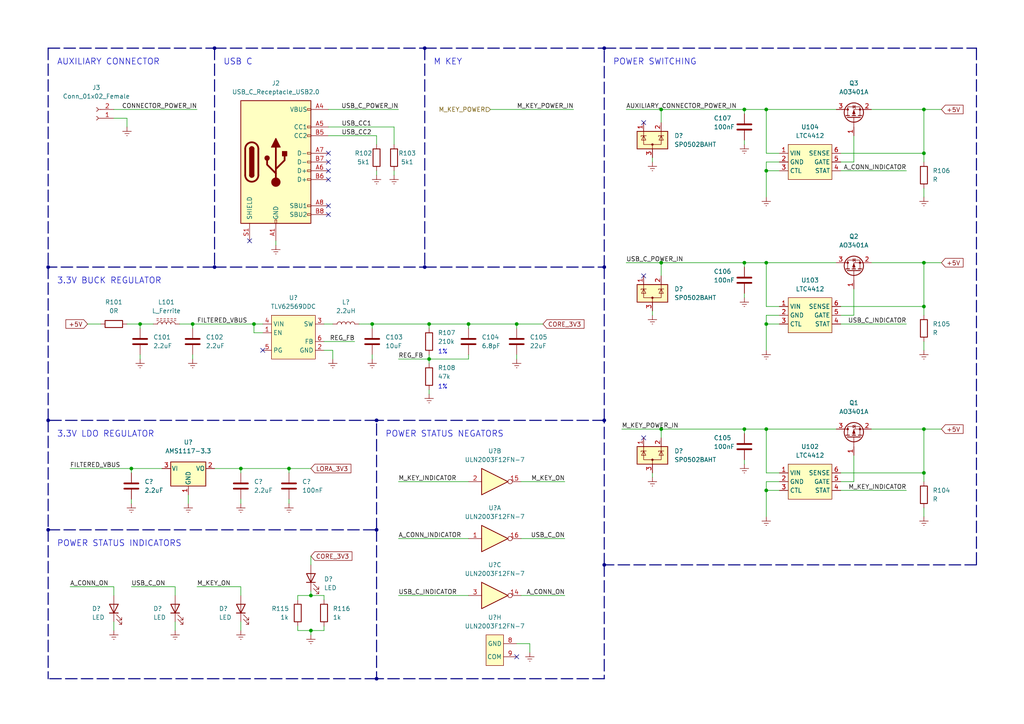
<source format=kicad_sch>
(kicad_sch (version 20211123) (generator eeschema)
  (paper "A4")
  (title_block (title "Fruitfly Node") (date "2023-09-19") (rev "1") (company "Cerebral Systems Inc."))
  (lib_symbols
    (symbol "Connector:Conn_01x02_Female" (pin_names (offset 1.016) hide)
      (property "Reference" "J" (at 0 2.54 0))
      (property "Value" "Conn_01x02_Female" (at 0 -5.08 0))
      (symbol "Conn_01x02_Female_1_1"
        (arc (start 0 -2.032) (mid -0.508 -2.54) (end 0 -3.048) (stroke (width 0.1524)))
        (polyline (pts (xy -1.27 -2.54) (xy -0.508 -2.54)) (stroke (width 0.1524)))
        (polyline (pts (xy -1.27 0) (xy -0.508 0)) (stroke (width 0.1524)))
        (arc (start 0 0.508) (mid -0.508 0) (end 0 -0.508) (stroke (width 0.1524)))
        (pin passive line (at -5.08 0 0) (length 3.81) (name "Pin_1") (number "1"))
        (pin passive line (at -5.08 -2.54 0) (length 3.81) (name "Pin_2") (number "2"))
      )
    )
    (symbol "Connector:USB_C_Receptacle_USB2.0" (pin_names (offset 1.016))
      (property "Reference" "J" (at -10.16 19.05 0))
      (property "Value" "USB_C_Receptacle_USB2.0" (at 19.05 19.05 0))
      (symbol "USB_C_Receptacle_USB2.0_0_0"
        (rectangle (start -0.254 -17.78) (end 0.254 -16.764))
        (rectangle (start 10.16 -14.986) (end 9.144 -15.494))
        (rectangle (start 10.16 -12.446) (end 9.144 -12.954))
        (rectangle (start 10.16 -4.826) (end 9.144 -5.334))
        (rectangle (start 10.16 -2.286) (end 9.144 -2.794))
        (rectangle (start 10.16 0.254) (end 9.144 -0.254))
        (rectangle (start 10.16 2.794) (end 9.144 2.286))
        (rectangle (start 10.16 7.874) (end 9.144 7.366))
        (rectangle (start 10.16 10.414) (end 9.144 9.906))
        (rectangle (start 10.16 15.494) (end 9.144 14.986))
      )
      (symbol "USB_C_Receptacle_USB2.0_0_1"
        (rectangle (start -10.16 17.78) (end 10.16 -17.78) (stroke (width 0.254)) (fill (type background)))
        (arc (start -8.89 -3.81) (mid -6.985 -5.715) (end -5.08 -3.81) (stroke (width 0.508)))
        (arc (start -7.62 -3.81) (mid -6.985 -4.445) (end -6.35 -3.81) (stroke (width 0.254)))
        (arc (start -7.62 -3.81) (mid -6.985 -4.445) (end -6.35 -3.81) (stroke (width 0.254)) (fill (type outline)))
        (rectangle (start -7.62 -3.81) (end -6.35 3.81) (stroke (width 0.254)) (fill (type outline)))
        (arc (start -6.35 3.81) (mid -6.985 4.445) (end -7.62 3.81) (stroke (width 0.254)))
        (arc (start -6.35 3.81) (mid -6.985 4.445) (end -7.62 3.81) (stroke (width 0.254)) (fill (type outline)))
        (arc (start -5.08 3.81) (mid -6.985 5.715) (end -8.89 3.81) (stroke (width 0.508)))
        (circle (center -2.54 1.143) (radius 0.635) (stroke (width 0.254)) (fill (type outline)))
        (circle (center 0 -5.842) (radius 1.27) (fill (type outline)))
        (polyline (pts (xy -8.89 -3.81) (xy -8.89 3.81)) (stroke (width 0.508)))
        (polyline (pts (xy -5.08 3.81) (xy -5.08 -3.81)) (stroke (width 0.508)))
        (polyline (pts (xy 0 -5.842) (xy 0 4.318)) (stroke (width 0.508)))
        (polyline (pts (xy 0 -3.302) (xy -2.54 -0.762) (xy -2.54 0.508)) (stroke (width 0.508)))
        (polyline (pts (xy 0 -2.032) (xy 2.54 0.508) (xy 2.54 1.778)) (stroke (width 0.508)))
        (polyline (pts (xy -1.27 4.318) (xy 0 6.858) (xy 1.27 4.318) (xy -1.27 4.318)) (stroke (width 0.254)) (fill (type outline)))
        (rectangle (start 1.905 1.778) (end 3.175 3.048) (stroke (width 0.254)) (fill (type outline)))
      )
      (symbol "USB_C_Receptacle_USB2.0_1_1"
        (pin passive line (at 0 -22.86 90) (length 5.08) (name "GND") (number "A1"))
        (pin passive line (at 0 -22.86 90) (length 5.08) hide (name "GND") (number "A12"))
        (pin passive line (at 15.24 15.24 180) (length 5.08) (name "VBUS") (number "A4"))
        (pin bidirectional line (at 15.24 10.16 180) (length 5.08) (name "CC1") (number "A5"))
        (pin bidirectional line (at 15.24 -2.54 180) (length 5.08) (name "D+") (number "A6"))
        (pin bidirectional line (at 15.24 2.54 180) (length 5.08) (name "D-") (number "A7"))
        (pin bidirectional line (at 15.24 -12.7 180) (length 5.08) (name "SBU1") (number "A8"))
        (pin passive line (at 15.24 15.24 180) (length 5.08) hide (name "VBUS") (number "A9"))
        (pin passive line (at 0 -22.86 90) (length 5.08) hide (name "GND") (number "B1"))
        (pin passive line (at 0 -22.86 90) (length 5.08) hide (name "GND") (number "B12"))
        (pin passive line (at 15.24 15.24 180) (length 5.08) hide (name "VBUS") (number "B4"))
        (pin bidirectional line (at 15.24 7.62 180) (length 5.08) (name "CC2") (number "B5"))
        (pin bidirectional line (at 15.24 -5.08 180) (length 5.08) (name "D+") (number "B6"))
        (pin bidirectional line (at 15.24 0 180) (length 5.08) (name "D-") (number "B7"))
        (pin bidirectional line (at 15.24 -15.24 180) (length 5.08) (name "SBU2") (number "B8"))
        (pin passive line (at 15.24 15.24 180) (length 5.08) hide (name "VBUS") (number "B9"))
        (pin passive line (at -7.62 -22.86 90) (length 5.08) (name "SHIELD") (number "S1"))
      )
    )
    (symbol "Device:C" (pin_numbers hide) (pin_names (offset 0.254))
      (property "Reference" "C" (at 0.635 2.54 0))
      (property "Value" "C" (at 0.635 -2.54 0))
      (symbol "C_0_1"
        (polyline (pts (xy -2.032 -0.762) (xy 2.032 -0.762)) (stroke (width 0.508)))
        (polyline (pts (xy -2.032 0.762) (xy 2.032 0.762)) (stroke (width 0.508)))
      )
      (symbol "C_1_1"
        (pin passive line (at 0 3.81 270) (length 2.794) (name "~") (number "1"))
        (pin passive line (at 0 -3.81 90) (length 2.794) (name "~") (number "2"))
      )
    )
    (symbol "Device:L" (pin_numbers hide) (pin_names (offset 1.016) hide)
      (property "Reference" "L" (at -1.27 0 90))
      (property "Value" "L" (at 1.905 0 90))
      (symbol "L_0_1"
        (arc (start 0 -2.54) (mid 0.635 -1.905) (end 0 -1.27))
        (arc (start 0 -1.27) (mid 0.635 -0.635) (end 0 0))
        (arc (start 0 0) (mid 0.635 0.635) (end 0 1.27))
        (arc (start 0 1.27) (mid 0.635 1.905) (end 0 2.54))
      )
      (symbol "L_1_1"
        (pin passive line (at 0 3.81 270) (length 1.27) (name "1") (number "1"))
        (pin passive line (at 0 -3.81 90) (length 1.27) (name "2") (number "2"))
      )
    )
    (symbol "Device:LED" (pin_numbers hide) (pin_names (offset 1.016) hide)
      (property "Reference" "D" (at 0 2.54 0))
      (property "Value" "LED" (at 0 -2.54 0))
      (symbol "LED_0_1"
        (polyline (pts (xy -1.27 -1.27) (xy -1.27 1.27)) (stroke (width 0.254)))
        (polyline (pts (xy -1.27 0) (xy 1.27 0)))
        (polyline (pts (xy 1.27 -1.27) (xy 1.27 1.27) (xy -1.27 0) (xy 1.27 -1.27)) (stroke (width 0.254)))
        (polyline (pts (xy -3.048 -0.762) (xy -4.572 -2.286) (xy -3.81 -2.286) (xy -4.572 -2.286) (xy -4.572 -1.524)))
        (polyline (pts (xy -1.778 -0.762) (xy -3.302 -2.286) (xy -2.54 -2.286) (xy -3.302 -2.286) (xy -3.302 -1.524)))
      )
      (symbol "LED_1_1"
        (pin passive line (at -3.81 0 0) (length 2.54) (name "K") (number "1"))
        (pin passive line (at 3.81 0 180) (length 2.54) (name "A") (number "2"))
      )
    )
    (symbol "Device:L_Ferrite" (pin_numbers hide) (pin_names (offset 1.016) hide)
      (property "Reference" "L" (at -1.27 0 90))
      (property "Value" "L_Ferrite" (at 2.794 0 90))
      (symbol "L_Ferrite_0_1"
        (arc (start 0 -2.54) (mid 0.635 -1.905) (end 0 -1.27))
        (arc (start 0 -1.27) (mid 0.635 -0.635) (end 0 0))
        (polyline (pts (xy 1.016 -2.794) (xy 1.016 -2.286)))
        (polyline (pts (xy 1.016 -1.778) (xy 1.016 -1.27)))
        (polyline (pts (xy 1.016 -0.762) (xy 1.016 -0.254)))
        (polyline (pts (xy 1.016 0.254) (xy 1.016 0.762)))
        (polyline (pts (xy 1.016 1.27) (xy 1.016 1.778)))
        (polyline (pts (xy 1.016 2.286) (xy 1.016 2.794)))
        (polyline (pts (xy 1.524 -2.286) (xy 1.524 -2.794)))
        (polyline (pts (xy 1.524 -1.27) (xy 1.524 -1.778)))
        (polyline (pts (xy 1.524 -0.254) (xy 1.524 -0.762)))
        (polyline (pts (xy 1.524 0.762) (xy 1.524 0.254)))
        (polyline (pts (xy 1.524 1.778) (xy 1.524 1.27)))
        (polyline (pts (xy 1.524 2.794) (xy 1.524 2.286)))
        (arc (start 0 0) (mid 0.635 0.635) (end 0 1.27))
        (arc (start 0 1.27) (mid 0.635 1.905) (end 0 2.54))
      )
      (symbol "L_Ferrite_1_1"
        (pin passive line (at 0 3.81 270) (length 1.27) (name "1") (number "1"))
        (pin passive line (at 0 -3.81 90) (length 1.27) (name "2") (number "2"))
      )
    )
    (symbol "Device:R" (pin_numbers hide) (pin_names (offset 0))
      (property "Reference" "R" (at 2.032 0 90))
      (property "Value" "R" (at 0 0 90))
      (symbol "R_0_1"
        (rectangle (start -1.016 -2.54) (end 1.016 2.54) (stroke (width 0.254)))
      )
      (symbol "R_1_1"
        (pin passive line (at 0 3.81 270) (length 1.27) (name "~") (number "1"))
        (pin passive line (at 0 -3.81 90) (length 1.27) (name "~") (number "2"))
      )
    )
    (symbol "Fruitfly_Logic:ULN2003F12FN-7"
      (property "Reference" "U" (at 0 8.89 0))
      (property "Value" "ULN2003F12FN-7" (at 0 6.35 0))
      (symbol "ULN2003F12FN-7_1_0"
        (polyline (pts (xy -3.81 3.81) (xy -3.81 -3.81) (xy 3.81 0) (xy -3.81 3.81)) (stroke (width 0.254)) (fill (type background)))
        (pin input line (at -7.62 0 0) (length 3.81) (name "~") (number "1"))
        (pin output inverted (at 7.62 0 180) (length 3.81) (name "~") (number "16"))
      )
      (symbol "ULN2003F12FN-7_2_0"
        (polyline (pts (xy -3.81 3.81) (xy -3.81 -3.81) (xy 3.81 0) (xy -3.81 3.81)) (stroke (width 0.254)) (fill (type background)))
        (pin output inverted (at 7.62 0 180) (length 3.81) (name "~") (number "15"))
        (pin input line (at -7.62 0 0) (length 3.81) (name "~") (number "2"))
      )
      (symbol "ULN2003F12FN-7_3_0"
        (polyline (pts (xy -3.81 3.81) (xy -3.81 -3.81) (xy 3.81 0) (xy -3.81 3.81)) (stroke (width 0.254)) (fill (type background)))
        (pin output inverted (at 7.62 0 180) (length 3.81) (name "~") (number "14"))
        (pin input line (at -7.62 0 0) (length 3.81) (name "~") (number "3"))
      )
      (symbol "ULN2003F12FN-7_4_0"
        (polyline (pts (xy -3.81 3.81) (xy -3.81 -3.81) (xy 3.81 0) (xy -3.81 3.81)) (stroke (width 0.254)) (fill (type background)))
        (pin output inverted (at 7.62 0 180) (length 3.81) (name "~") (number "13"))
        (pin input line (at -7.62 0 0) (length 3.81) (name "~") (number "4"))
      )
      (symbol "ULN2003F12FN-7_5_0"
        (polyline (pts (xy -3.81 3.81) (xy -3.81 -3.81) (xy 3.81 0) (xy -3.81 3.81)) (stroke (width 0.254)) (fill (type background)))
        (pin output inverted (at 7.62 0 180) (length 3.81) (name "~") (number "12"))
        (pin input line (at -7.62 0 0) (length 3.81) (name "~") (number "5"))
      )
      (symbol "ULN2003F12FN-7_6_0"
        (polyline (pts (xy -3.81 3.81) (xy -3.81 -3.81) (xy 3.81 0) (xy -3.81 3.81)) (stroke (width 0.254)) (fill (type background)))
        (pin output inverted (at 7.62 0 180) (length 3.81) (name "~") (number "11"))
        (pin input line (at -7.62 0 0) (length 3.81) (name "~") (number "6"))
      )
      (symbol "ULN2003F12FN-7_7_0"
        (polyline (pts (xy -3.81 3.81) (xy -3.81 -3.81) (xy 3.81 0) (xy -3.81 3.81)) (stroke (width 0.254)) (fill (type background)))
        (pin output inverted (at 7.62 0 180) (length 3.81) (name "~") (number "10"))
        (pin input line (at -7.62 0 0) (length 3.81) (name "~") (number "7"))
      )
      (symbol "ULN2003F12FN-7_8_1"
        (rectangle (start -2.54 2.54) (end 2.54 -6.35) (fill (type background)))
        (pin passive line (at 6.35 0 180) (length 3.81) (name "GND") (number "8"))
        (pin passive line (at 6.35 -3.81 180) (length 3.81) (name "COM") (number "9"))
      )
    )
    (symbol "Fruitfly_Power:LTC4412"
      (property "Reference" "U" (at 0 5.08 0))
      (property "Value" "LTC4412" (at 0 2.54 0))
      (symbol "LTC4412_0_1"
        (rectangle (start -6.35 0) (end 6.35 -10.16) (fill (type background)))
      )
      (symbol "LTC4412_1_1"
        (pin input line (at -8.89 -2.54 0) (length 2.54) (name "VIN") (number "1"))
        (pin input line (at -8.89 -5.08 0) (length 2.54) (name "GND") (number "2"))
        (pin input line (at -8.89 -7.62 0) (length 2.54) (name "CTL") (number "3"))
        (pin output line (at 8.89 -7.62 180) (length 2.54) (name "STAT") (number "4"))
        (pin output line (at 8.89 -5.08 180) (length 2.54) (name "GATE") (number "5"))
        (pin input line (at 8.89 -2.54 180) (length 2.54) (name "SENSE") (number "6"))
      )
    )
    (symbol "Fruitfly_Power:TLV62569DDC"
      (property "Reference" "U" (at 0 3.81 0))
      (property "Value" "TLV62569DDC" (at 0 1.27 0))
      (symbol "TLV62569DDC_0_1"
        (rectangle (start -6.35 -1.27) (end 6.35 -13.97) (fill (type background)))
      )
      (symbol "TLV62569DDC_1_1"
        (pin input line (at -8.89 -6.35 0) (length 2.54) (name "EN") (number "1"))
        (pin passive line (at 8.89 -11.43 180) (length 2.54) (name "GND") (number "2"))
        (pin passive line (at 8.89 -3.81 180) (length 2.54) (name "SW") (number "3"))
        (pin input line (at -8.89 -3.81 0) (length 2.54) (name "VIN") (number "4"))
        (pin output line (at -8.89 -11.43 0) (length 2.54) (name "PG") (number "5"))
        (pin input line (at 8.89 -8.89 180) (length 2.54) (name "FB") (number "6"))
      )
    )
    (symbol "Power_Protection:SP0502BAHT" (pin_names hide)
      (property "Reference" "D" (at 5.715 2.54 0))
      (property "Value" "SP0502BAHT" (at 5.715 0.635 0))
      (symbol "SP0502BAHT_0_0"
        (pin passive line (at 0 -5.08 90) (length 2.54) (name "A") (number "3"))
      )
      (symbol "SP0502BAHT_0_1"
        (rectangle (start -4.445 2.54) (end 4.445 -2.54) (stroke (width 0.254)) (fill (type background)))
        (circle (center 0 -1.27) (radius 0.254) (fill (type outline)))
        (polyline (pts (xy -2.54 2.54) (xy -2.54 1.27)))
        (polyline (pts (xy 0 -1.27) (xy 0 -2.54)))
        (polyline (pts (xy 2.54 2.54) (xy 2.54 1.27)))
        (polyline (pts (xy -3.302 1.016) (xy -3.302 1.27) (xy -1.905 1.27) (xy -1.778 1.27)))
        (polyline (pts (xy -2.54 1.27) (xy -2.54 -1.27) (xy 2.54 -1.27) (xy 2.54 1.27)))
        (polyline (pts (xy -2.54 1.27) (xy -1.905 0) (xy -3.175 0) (xy -2.54 1.27)))
        (polyline (pts (xy 1.778 1.016) (xy 1.778 1.27) (xy 3.175 1.27) (xy 3.302 1.27)))
        (polyline (pts (xy 2.54 1.27) (xy 1.905 0) (xy 3.175 0) (xy 2.54 1.27)))
      )
      (symbol "SP0502BAHT_1_1"
        (pin passive line (at -2.54 5.08 270) (length 2.54) (name "K") (number "1"))
        (pin passive line (at 2.54 5.08 270) (length 2.54) (name "K") (number "2"))
      )
    )
    (symbol "Regulator_Linear:AMS1117-3.3" (pin_names (offset 0.254))
      (property "Reference" "U" (at -3.81 3.175 0))
      (property "Value" "AMS1117-3.3" (at 0 3.175 0))
      (symbol "AMS1117-3.3_0_1"
        (rectangle (start -5.08 -5.08) (end 5.08 1.905) (stroke (width 0.254)) (fill (type background)))
      )
      (symbol "AMS1117-3.3_1_1"
        (pin power_in line (at 0 -7.62 90) (length 2.54) (name "GND") (number "1"))
        (pin power_out line (at 7.62 0 180) (length 2.54) (name "VO") (number "2"))
        (pin power_in line (at -7.62 0 0) (length 2.54) (name "VI") (number "3"))
      )
    )
    (symbol "Transistor_FET:AO3401A" (pin_names hide)
      (property "Reference" "Q" (at 5.08 1.905 0))
      (property "Value" "AO3401A" (at 5.08 0 0))
      (symbol "AO3401A_0_1"
        (polyline (pts (xy 0.254 0) (xy -2.54 0)))
        (polyline (pts (xy 0.254 1.905) (xy 0.254 -1.905)) (stroke (width 0.254)))
        (polyline (pts (xy 0.762 -1.27) (xy 0.762 -2.286)) (stroke (width 0.254)))
        (polyline (pts (xy 0.762 0.508) (xy 0.762 -0.508)) (stroke (width 0.254)))
        (polyline (pts (xy 0.762 2.286) (xy 0.762 1.27)) (stroke (width 0.254)))
        (polyline (pts (xy 2.54 2.54) (xy 2.54 1.778)))
        (polyline (pts (xy 2.54 -2.54) (xy 2.54 0) (xy 0.762 0)))
        (polyline (pts (xy 0.762 1.778) (xy 3.302 1.778) (xy 3.302 -1.778) (xy 0.762 -1.778)))
        (polyline (pts (xy 2.286 0) (xy 1.27 0.381) (xy 1.27 -0.381) (xy 2.286 0)) (fill (type outline)))
        (polyline (pts (xy 2.794 -0.508) (xy 2.921 -0.381) (xy 3.683 -0.381) (xy 3.81 -0.254)))
        (polyline (pts (xy 3.302 -0.381) (xy 2.921 0.254) (xy 3.683 0.254) (xy 3.302 -0.381)))
        (circle (center 1.651 0) (radius 2.794) (stroke (width 0.254)))
        (circle (center 2.54 -1.778) (radius 0.254) (fill (type outline)))
        (circle (center 2.54 1.778) (radius 0.254) (fill (type outline)))
      )
      (symbol "AO3401A_1_1"
        (pin input line (at -5.08 0 0) (length 2.54) (name "G") (number "1"))
        (pin passive line (at 2.54 -5.08 90) (length 2.54) (name "S") (number "2"))
        (pin passive line (at 2.54 5.08 270) (length 2.54) (name "D") (number "3"))
      )
    )
    (symbol "power:Earth" (power) (pin_names (offset 0))
      (symbol "Earth_0_1"
        (polyline (pts (xy -0.635 -1.905) (xy 0.635 -1.905)))
        (polyline (pts (xy -0.127 -2.54) (xy 0.127 -2.54)))
        (polyline (pts (xy 0 -1.27) (xy 0 0)))
        (polyline (pts (xy 1.27 -1.27) (xy -1.27 -1.27)))
      )
      (symbol "Earth_1_1"
        (pin power_in line (at 0 0 270) (length 0) hide (name "Earth") (number "1"))
      )
    )
  )
  (junction (at 73.66 93.98))
  (junction (at 175.26 13.97))
  (junction (at 109.22 196.85))
  (junction (at 149.86 93.98))
  (junction (at 13.97 153.67))
  (junction (at 83.82 135.89))
  (junction (at 215.9 76.2))
  (junction (at 107.95 93.98))
  (junction (at 222.25 124.46))
  (junction (at 13.97 77.47))
  (junction (at 62.23 77.47))
  (junction (at 62.23 13.97))
  (junction (at 124.46 93.98))
  (junction (at 191.77 76.2))
  (junction (at 109.22 121.92))
  (junction (at 215.9 124.46))
  (junction (at 267.97 137.16))
  (junction (at 222.25 142.24))
  (junction (at 109.22 153.67))
  (junction (at 38.1 135.89))
  (junction (at 90.17 182.88))
  (junction (at 175.26 77.47))
  (junction (at 267.97 44.45))
  (junction (at 123.19 13.97))
  (junction (at 123.19 77.47))
  (junction (at 191.77 31.75))
  (junction (at 135.89 93.98))
  (junction (at 55.88 93.98))
  (junction (at 90.17 172.72))
  (junction (at 124.46 104.14))
  (junction (at 69.85 135.89))
  (junction (at 13.97 121.92))
  (junction (at 267.97 88.9))
  (junction (at 191.77 124.46))
  (junction (at 222.25 76.2))
  (junction (at 222.25 31.75))
  (junction (at 267.97 124.46))
  (junction (at 222.25 93.98))
  (junction (at 40.64 93.98))
  (junction (at 267.97 31.75))
  (junction (at 215.9 31.75))
  (junction (at 222.25 49.53))
  (junction (at 267.97 76.2))
  (junction (at 175.26 121.92))
  (junction (at 175.26 163.83))
  (no_connect (at 186.69 80.01))
  (no_connect (at 95.25 49.53))
  (no_connect (at 95.25 44.45))
  (no_connect (at 186.69 127))
  (no_connect (at 95.25 59.69))
  (no_connect (at 95.25 52.07))
  (no_connect (at 149.86 190.5))
  (no_connect (at 76.2 101.6))
  (no_connect (at 95.25 62.23))
  (no_connect (at 186.69 35.56))
  (no_connect (at 95.25 46.99))
  (no_connect (at 72.39 69.85))
  (wire (pts (xy 90.17 182.88) (xy 90.17 184.15)))
  (bus (pts (xy 109.22 153.67) (xy 109.22 121.92)) (stroke (width 0) (type dash)))
  (wire (pts (xy 20.32 135.89) (xy 38.1 135.89)))
  (wire (pts (xy 124.46 93.98) (xy 124.46 95.25)))
  (wire (pts (xy 36.83 93.98) (xy 40.64 93.98)))
  (wire (pts (xy 135.89 104.14) (xy 124.46 104.14)))
  (wire (pts (xy 189.23 91.44) (xy 189.23 90.17)))
  (wire (pts (xy 226.06 49.53) (xy 222.25 49.53)))
  (wire (pts (xy 267.97 124.46) (xy 273.05 124.46)))
  (wire (pts (xy 114.3 36.83) (xy 114.3 41.91)))
  (wire (pts (xy 191.77 31.75) (xy 191.77 35.56)))
  (wire (pts (xy 247.65 83.82) (xy 247.65 91.44)))
  (wire (pts (xy 115.57 104.14) (xy 124.46 104.14)))
  (wire (pts (xy 80.01 69.85) (xy 80.01 71.12)))
  (wire (pts (xy 215.9 133.35) (xy 215.9 134.62)))
  (wire (pts (xy 57.15 170.18) (xy 69.85 170.18)))
  (wire (pts (xy 86.36 173.99) (xy 86.36 172.72)))
  (wire (pts (xy 55.88 93.98) (xy 73.66 93.98)))
  (wire (pts (xy 226.06 91.44) (xy 222.25 91.44)))
  (wire (pts (xy 38.1 137.16) (xy 38.1 135.89)))
  (wire (pts (xy 222.25 93.98) (xy 222.25 101.6)))
  (wire (pts (xy 149.86 93.98) (xy 135.89 93.98)))
  (wire (pts (xy 267.97 54.61) (xy 267.97 57.15)))
  (bus (pts (xy 13.97 13.97) (xy 13.97 77.47)) (stroke (width 0) (type dash)))
  (wire (pts (xy 215.9 40.64) (xy 215.9 41.91)))
  (wire (pts (xy 163.83 156.21) (xy 151.13 156.21)))
  (wire (pts (xy 191.77 124.46) (xy 215.9 124.46)))
  (wire (pts (xy 107.95 93.98) (xy 124.46 93.98)))
  (wire (pts (xy 124.46 104.14) (xy 124.46 105.41)))
  (wire (pts (xy 252.73 76.2) (xy 267.97 76.2)))
  (wire (pts (xy 93.98 101.6) (xy 96.52 101.6)))
  (wire (pts (xy 107.95 95.25) (xy 107.95 93.98)))
  (wire (pts (xy 189.23 45.72) (xy 189.23 46.99)))
  (bus (pts (xy 109.22 196.85) (xy 13.97 196.85)) (stroke (width 0) (type dash)))
  (wire (pts (xy 50.8 180.34) (xy 50.8 182.88)))
  (wire (pts (xy 135.89 139.7) (xy 115.57 139.7)))
  (wire (pts (xy 267.97 99.06) (xy 267.97 101.6)))
  (bus (pts (xy 62.23 13.97) (xy 123.19 13.97)) (stroke (width 0) (type dash)))
  (wire (pts (xy 114.3 49.53) (xy 114.3 50.8)))
  (wire (pts (xy 50.8 170.18) (xy 50.8 172.72)))
  (wire (pts (xy 149.86 93.98) (xy 157.48 93.98)))
  (wire (pts (xy 86.36 172.72) (xy 90.17 172.72)))
  (wire (pts (xy 222.25 46.99) (xy 222.25 49.53)))
  (wire (pts (xy 38.1 144.78) (xy 38.1 146.05)))
  (wire (pts (xy 83.82 144.78) (xy 83.82 146.05)))
  (wire (pts (xy 191.77 76.2) (xy 215.9 76.2)))
  (wire (pts (xy 222.25 142.24) (xy 222.25 149.86)))
  (wire (pts (xy 93.98 182.88) (xy 93.98 181.61)))
  (bus (pts (xy 62.23 77.47) (xy 13.97 77.47)) (stroke (width 0) (type dash)))
  (wire (pts (xy 226.06 46.99) (xy 222.25 46.99)))
  (bus (pts (xy 123.19 13.97) (xy 123.19 77.47)) (stroke (width 0) (type dash)))
  (wire (pts (xy 38.1 135.89) (xy 46.99 135.89)))
  (bus (pts (xy 62.23 13.97) (xy 62.23 77.47)) (stroke (width 0) (type dash)))
  (bus (pts (xy 13.97 121.92) (xy 13.97 153.67)) (stroke (width 0) (type dash)))
  (wire (pts (xy 222.25 91.44) (xy 222.25 93.98)))
  (wire (pts (xy 242.57 31.75) (xy 222.25 31.75)))
  (wire (pts (xy 83.82 137.16) (xy 83.82 135.89)))
  (wire (pts (xy 243.84 88.9) (xy 267.97 88.9)))
  (wire (pts (xy 33.02 180.34) (xy 33.02 182.88)))
  (wire (pts (xy 109.22 39.37) (xy 95.25 39.37)))
  (wire (pts (xy 222.25 76.2) (xy 222.25 88.9)))
  (wire (pts (xy 267.97 31.75) (xy 273.05 31.75)))
  (wire (pts (xy 191.77 31.75) (xy 215.9 31.75)))
  (bus (pts (xy 175.26 163.83) (xy 175.26 121.92)) (stroke (width 0) (type dash)))
  (bus (pts (xy 13.97 13.97) (xy 62.23 13.97)) (stroke (width 0) (type dash)))
  (bus (pts (xy 175.26 13.97) (xy 283.21 13.97)) (stroke (width 0) (type dash)))
  (wire (pts (xy 181.61 76.2) (xy 191.77 76.2)))
  (wire (pts (xy 25.4 93.98) (xy 29.21 93.98)))
  (bus (pts (xy 109.22 121.92) (xy 13.97 121.92)) (stroke (width 0) (type dash)))
  (bus (pts (xy 13.97 153.67) (xy 13.97 196.85)) (stroke (width 0) (type dash)))
  (wire (pts (xy 38.1 170.18) (xy 50.8 170.18)))
  (wire (pts (xy 102.87 99.06) (xy 93.98 99.06)))
  (wire (pts (xy 69.85 135.89) (xy 83.82 135.89)))
  (wire (pts (xy 215.9 31.75) (xy 222.25 31.75)))
  (wire (pts (xy 247.65 91.44) (xy 243.84 91.44)))
  (wire (pts (xy 247.65 39.37) (xy 247.65 46.99)))
  (wire (pts (xy 95.25 31.75) (xy 115.57 31.75)))
  (bus (pts (xy 13.97 77.47) (xy 13.97 121.92)) (stroke (width 0) (type dash)))
  (wire (pts (xy 215.9 124.46) (xy 222.25 124.46)))
  (wire (pts (xy 243.84 137.16) (xy 267.97 137.16)))
  (wire (pts (xy 33.02 31.75) (xy 57.15 31.75)))
  (wire (pts (xy 242.57 124.46) (xy 222.25 124.46)))
  (wire (pts (xy 54.61 143.51) (xy 54.61 146.05)))
  (bus (pts (xy 123.19 77.47) (xy 175.26 77.47)) (stroke (width 0) (type dash)))
  (bus (pts (xy 109.22 153.67) (xy 109.22 196.85)) (stroke (width 0) (type dash)))
  (wire (pts (xy 226.06 139.7) (xy 222.25 139.7)))
  (wire (pts (xy 267.97 31.75) (xy 267.97 44.45)))
  (wire (pts (xy 55.88 95.25) (xy 55.88 93.98)))
  (wire (pts (xy 191.77 76.2) (xy 191.77 80.01)))
  (wire (pts (xy 69.85 137.16) (xy 69.85 135.89)))
  (wire (pts (xy 226.06 88.9) (xy 222.25 88.9)))
  (wire (pts (xy 252.73 124.46) (xy 267.97 124.46)))
  (wire (pts (xy 267.97 124.46) (xy 267.97 137.16)))
  (wire (pts (xy 62.23 135.89) (xy 69.85 135.89)))
  (wire (pts (xy 181.61 31.75) (xy 191.77 31.75)))
  (bus (pts (xy 175.26 77.47) (xy 175.26 121.92)) (stroke (width 0) (type dash)))
  (wire (pts (xy 90.17 161.29) (xy 90.17 163.83)))
  (wire (pts (xy 226.06 93.98) (xy 222.25 93.98)))
  (wire (pts (xy 107.95 93.98) (xy 104.14 93.98)))
  (wire (pts (xy 20.32 170.18) (xy 33.02 170.18)))
  (bus (pts (xy 175.26 121.92) (xy 109.22 121.92)) (stroke (width 0) (type dash)))
  (wire (pts (xy 191.77 124.46) (xy 180.34 124.46)))
  (wire (pts (xy 135.89 93.98) (xy 124.46 93.98)))
  (wire (pts (xy 243.84 142.24) (xy 262.89 142.24)))
  (wire (pts (xy 33.02 170.18) (xy 33.02 172.72)))
  (wire (pts (xy 222.25 49.53) (xy 222.25 57.15)))
  (bus (pts (xy 175.26 163.83) (xy 175.26 196.85)) (stroke (width 0) (type dash)))
  (wire (pts (xy 215.9 85.09) (xy 215.9 86.36)))
  (wire (pts (xy 90.17 171.45) (xy 90.17 172.72)))
  (wire (pts (xy 215.9 77.47) (xy 215.9 76.2)))
  (wire (pts (xy 93.98 172.72) (xy 93.98 173.99)))
  (wire (pts (xy 247.65 46.99) (xy 243.84 46.99)))
  (wire (pts (xy 33.02 34.29) (xy 36.83 34.29)))
  (wire (pts (xy 76.2 96.52) (xy 73.66 96.52)))
  (wire (pts (xy 83.82 135.89) (xy 90.17 135.89)))
  (wire (pts (xy 226.06 142.24) (xy 222.25 142.24)))
  (wire (pts (xy 267.97 137.16) (xy 267.97 139.7)))
  (bus (pts (xy 283.21 13.97) (xy 283.21 163.83)) (stroke (width 0) (type dash)))
  (wire (pts (xy 55.88 102.87) (xy 55.88 104.14)))
  (wire (pts (xy 149.86 95.25) (xy 149.86 93.98)))
  (wire (pts (xy 149.86 102.87) (xy 149.86 104.14)))
  (wire (pts (xy 163.83 139.7) (xy 151.13 139.7)))
  (wire (pts (xy 40.64 95.25) (xy 40.64 93.98)))
  (wire (pts (xy 267.97 88.9) (xy 267.97 91.44)))
  (wire (pts (xy 226.06 137.16) (xy 222.25 137.16)))
  (wire (pts (xy 40.64 102.87) (xy 40.64 104.14)))
  (wire (pts (xy 163.83 172.72) (xy 151.13 172.72)))
  (wire (pts (xy 215.9 33.02) (xy 215.9 31.75)))
  (wire (pts (xy 267.97 76.2) (xy 273.05 76.2)))
  (bus (pts (xy 283.21 163.83) (xy 175.26 163.83)) (stroke (width 0) (type dash)))
  (wire (pts (xy 52.07 93.98) (xy 55.88 93.98)))
  (wire (pts (xy 109.22 41.91) (xy 109.22 39.37)))
  (wire (pts (xy 135.89 95.25) (xy 135.89 93.98)))
  (wire (pts (xy 247.65 132.08) (xy 247.65 139.7)))
  (wire (pts (xy 222.25 31.75) (xy 222.25 44.45)))
  (wire (pts (xy 135.89 172.72) (xy 115.57 172.72)))
  (wire (pts (xy 124.46 113.03) (xy 124.46 114.3)))
  (wire (pts (xy 267.97 147.32) (xy 267.97 149.86)))
  (bus (pts (xy 175.26 196.85) (xy 109.22 196.85)) (stroke (width 0) (type dash)))
  (wire (pts (xy 142.24 31.75) (xy 166.37 31.75)))
  (bus (pts (xy 13.97 153.67) (xy 109.22 153.67)) (stroke (width 0) (type dash)))
  (wire (pts (xy 135.89 102.87) (xy 135.89 104.14)))
  (wire (pts (xy 153.67 186.69) (xy 153.67 189.23)))
  (wire (pts (xy 267.97 76.2) (xy 267.97 88.9)))
  (wire (pts (xy 69.85 170.18) (xy 69.85 172.72)))
  (wire (pts (xy 86.36 181.61) (xy 86.36 182.88)))
  (bus (pts (xy 123.19 13.97) (xy 175.26 13.97)) (stroke (width 0) (type dash)))
  (wire (pts (xy 243.84 44.45) (xy 267.97 44.45)))
  (bus (pts (xy 175.26 77.47) (xy 175.26 13.97)) (stroke (width 0) (type dash)))
  (wire (pts (xy 243.84 49.53) (xy 262.89 49.53)))
  (wire (pts (xy 73.66 93.98) (xy 73.66 96.52)))
  (wire (pts (xy 189.23 138.43) (xy 189.23 137.16)))
  (wire (pts (xy 242.57 76.2) (xy 222.25 76.2)))
  (wire (pts (xy 215.9 76.2) (xy 222.25 76.2)))
  (wire (pts (xy 86.36 182.88) (xy 90.17 182.88)))
  (wire (pts (xy 215.9 125.73) (xy 215.9 124.46)))
  (bus (pts (xy 62.23 77.47) (xy 123.19 77.47)) (stroke (width 0) (type dash)))
  (wire (pts (xy 69.85 180.34) (xy 69.85 182.88)))
  (wire (pts (xy 135.89 156.21) (xy 115.57 156.21)))
  (wire (pts (xy 96.52 101.6) (xy 96.52 104.14)))
  (wire (pts (xy 90.17 182.88) (xy 93.98 182.88)))
  (wire (pts (xy 226.06 44.45) (xy 222.25 44.45)))
  (wire (pts (xy 69.85 144.78) (xy 69.85 146.05)))
  (wire (pts (xy 149.86 186.69) (xy 153.67 186.69)))
  (wire (pts (xy 109.22 49.53) (xy 109.22 50.8)))
  (wire (pts (xy 247.65 139.7) (xy 243.84 139.7)))
  (wire (pts (xy 267.97 44.45) (xy 267.97 46.99)))
  (wire (pts (xy 222.25 124.46) (xy 222.25 137.16)))
  (wire (pts (xy 124.46 102.87) (xy 124.46 104.14)))
  (wire (pts (xy 95.25 36.83) (xy 114.3 36.83)))
  (wire (pts (xy 90.17 172.72) (xy 93.98 172.72)))
  (wire (pts (xy 36.83 34.29) (xy 36.83 36.83)))
  (wire (pts (xy 107.95 102.87) (xy 107.95 104.14)))
  (wire (pts (xy 222.25 139.7) (xy 222.25 142.24)))
  (wire (pts (xy 191.77 124.46) (xy 191.77 127)))
  (wire (pts (xy 252.73 31.75) (xy 267.97 31.75)))
  (wire (pts (xy 96.52 93.98) (xy 93.98 93.98)))
  (wire (pts (xy 243.84 93.98) (xy 262.89 93.98)))
  (wire (pts (xy 73.66 93.98) (xy 76.2 93.98)))
  (wire (pts (xy 40.64 93.98) (xy 44.45 93.98)))
  (text "POWER STATUS NEGATORS" (at 111.76 127 0) (effects (font (size 1.75 1.75)) (justify left bottom)))
  (text "AUXILIARY CONNECTOR" (at 16.51 19.05 0) (effects (font (size 1.75 1.75)) (justify left bottom)))
  (text "USB C" (at 64.77 19.05 0) (effects (font (size 1.75 1.75)) (justify left bottom)))
  (text "3.3V BUCK REGULATOR" (at 16.51 82.55 0) (effects (font (size 1.75 1.75)) (justify left bottom)))
  (text "M KEY" (at 125.73 19.05 0) (effects (font (size 1.75 1.75)) (justify left bottom)))
  (text "1%" (at 127 102.87 0) (effects (font (size 1.27 1.27)) (justify left bottom)))
  (text "3.3V LDO REGULATOR" (at 16.51 127 0) (effects (font (size 1.75 1.75)) (justify left bottom)))
  (text "1%" (at 127 113.03 0) (effects (font (size 1.27 1.27)) (justify left bottom)))
  (text "POWER SWITCHING" (at 177.8 19.05 0) (effects (font (size 1.75 1.75)) (justify left bottom)))
  (text "POWER STATUS INDICATORS" (at 16.51 158.75 0) (effects (font (size 1.75 1.75)) (justify left bottom)))
  (label "M_KEY_ON" (at 57.15 170.18 0))
  (label "A_CONN_ON" (at 20.32 170.18 0))
  (label "A_CONN_ON" (at 163.83 172.72 180))
  (label "USB_C_POWER_IN" (at 115.57 31.75 180))
  (label "M_KEY_POWER_IN" (at 180.34 124.46 0))
  (label "USB_CC2" (at 99.06 39.37 0))
  (label "AUXILIARY_CONNECTOR_POWER_IN" (at 181.61 31.75 0))
  (label "FILTERED_VBUS" (at 20.32 135.89 0))
  (label "M_KEY_ON" (at 163.83 139.7 180))
  (label "USB_C_INDICATOR" (at 262.89 93.98 180))
  (label "M_KEY_INDICATOR" (at 262.89 142.24 180))
  (label "USB_C_ON" (at 38.1 170.18 0))
  (label "M_KEY_POWER_IN" (at 166.37 31.75 180))
  (label "A_CONN_INDICATOR" (at 115.57 156.21 0))
  (label "USB_C_INDICATOR" (at 115.57 172.72 0))
  (label "USB_C_ON" (at 163.83 156.21 180))
  (label "USB_C_POWER_IN" (at 181.61 76.2 0))
  (label "A_CONN_INDICATOR" (at 262.89 49.53 180))
  (label "CONNECTOR_POWER_IN" (at 57.15 31.75 180))
  (label "M_KEY_INDICATOR" (at 115.57 139.7 0))
  (label "USB_CC1" (at 99.06 36.83 0))
  (label "FILTERED_VBUS" (at 57.15 93.98 0))
  (label "REG_FB" (at 102.87 99.06 180))
  (label "REG_FB" (at 115.57 104.14 0))
  (global_label "+5V" (shape input) (at 273.05 31.75 0) (property "Intersheet References" "${INTERSHEET_REFS}" (effects hide)))
  (global_label "CORE_3V3" (shape input) (at 90.17 161.29 0) (property "Intersheet References" "${INTERSHEET_REFS}" (effects hide)))
  (global_label "+5V" (shape input) (at 273.05 76.2 0) (property "Intersheet References" "${INTERSHEET_REFS}" (effects hide)))
  (global_label "+5V" (shape input) (at 25.4 93.98 180) (property "Intersheet References" "${INTERSHEET_REFS}" (effects hide)))
  (global_label "CORE_3V3" (shape input) (at 157.48 93.98 0) (property "Intersheet References" "${INTERSHEET_REFS}" (effects hide)))
  (global_label "+5V" (shape input) (at 273.05 124.46 0) (property "Intersheet References" "${INTERSHEET_REFS}" (effects hide)))
  (global_label "LORA_3V3" (shape input) (at 90.17 135.89 0) (property "Intersheet References" "${INTERSHEET_REFS}" (effects hide)))
  (hierarchical_label "M_KEY_POWER" (shape input) (at 142.24 31.75 180))
  (symbol (lib_id "Fruitfly_Power:LTC4412") (at 234.95 41.91 0) (unit 1)
    (property "Reference" "U104" (at 234.95 36.83 0))
    (property "Value" "LTC4412" (at 234.95 39.37 0))
  )
  (symbol (lib_id "power:Earth") (at 55.88 104.14 0) (unit 1)
    (property "Reference" "#PWR0138" (effects hide))
    (property "Value" "Earth" (effects hide))
  )
  (symbol (lib_id "Device:C") (at 107.95 99.06 0) (unit 1)
    (property "Reference" "C103" (at 111.76 97.79 0) (effects (justify left)))
    (property "Value" "10uF" (at 111.76 100.33 0) (effects (justify left)))
    (property "Footprint" "Capacitor_SMD:C_0805_2012Metric" (effects hide))
  )
  (symbol (lib_id "Fruitfly_Logic:ULN2003F12FN-7") (at 143.51 172.72 0) (unit 3)
    (property "Reference" "U?" (at 143.51 163.83 0))
    (property "Value" "ULN2003F12FN-7" (at 143.51 166.37 0))
  )
  (symbol (lib_id "Device:LED") (at 50.8 176.53 90) (unit 1)
    (property "Reference" "D?" (at 44.45 176.53 90) (effects (justify right)))
    (property "Value" "LED" (at 44.45 179.07 90) (effects (justify right)))
    (property "Footprint" "LED_SMD:LED_0603_1608Metric" (effects hide))
  )
  (symbol (lib_id "power:Earth") (at 54.61 146.05 0) (unit 1)
    (property "Reference" "#PWR?" (effects hide))
    (property "Value" "Earth" (effects hide))
  )
  (symbol (lib_id "Device:R") (at 86.36 177.8 0) (unit 1)
    (property "Reference" "R115" (at 78.74 176.53 0) (effects (justify left)))
    (property "Value" "1k" (at 81.28 179.07 0) (effects (justify left)))
    (property "Footprint" "Resistor_SMD:R_0603_1608Metric" (effects hide))
  )
  (symbol (lib_id "Power_Protection:SP0502BAHT") (at 189.23 132.08 0) (unit 1)
    (property "Reference" "D?" (at 195.58 130.8099 0) (effects (justify left)))
    (property "Value" "SP0502BAHT" (at 195.58 133.3499 0) (effects (justify left)))
    (property "Footprint" "Package_TO_SOT_SMD:SOT-23" (effects hide))
    (property "Datasheet" "http://www.littelfuse.com/~/media/files/littelfuse/technical%20resources/documents/data%20sheets/sp05xxba.pdf" (effects hide))
  )
  (symbol (lib_id "power:Earth") (at 153.67 189.23 0) (unit 1)
    (property "Reference" "#PWR?" (effects hide))
    (property "Value" "Earth" (effects hide))
  )
  (symbol (lib_id "Regulator_Linear:AMS1117-3.3") (at 54.61 135.89 0) (unit 1)
    (property "Reference" "U?" (at 54.61 128.27 0))
    (property "Value" "AMS1117-3.3" (at 54.61 130.81 0))
    (property "Footprint" "Package_TO_SOT_SMD:SOT-223-3_TabPin2" (effects hide))
    (property "Datasheet" "http://www.advanced-monolithic.com/pdf/ds1117.pdf" (effects hide))
  )
  (symbol (lib_id "Fruitfly_Power:LTC4412") (at 234.95 134.62 0) (unit 1)
    (property "Reference" "U102" (at 234.95 129.54 0))
    (property "Value" "LTC4412" (at 234.95 132.08 0))
  )
  (symbol (lib_id "Fruitfly_Logic:ULN2003F12FN-7") (at 143.51 156.21 0) (unit 1)
    (property "Reference" "U?" (at 143.51 147.32 0))
    (property "Value" "ULN2003F12FN-7" (at 143.51 149.86 0))
  )
  (symbol (lib_id "Device:R") (at 124.46 109.22 0) (unit 1)
    (property "Reference" "R108" (at 127 106.68 0) (effects (justify left)))
    (property "Value" "47k" (at 127 109.22 0) (effects (justify left)))
    (property "Footprint" "Resistor_SMD:R_0603_1608Metric" (effects hide))
  )
  (symbol (lib_id "Fruitfly_Logic:ULN2003F12FN-7") (at 143.51 139.7 0) (unit 2)
    (property "Reference" "U?" (at 143.51 130.81 0))
    (property "Value" "ULN2003F12FN-7" (at 143.51 133.35 0))
  )
  (symbol (lib_id "Device:C") (at 40.64 99.06 0) (unit 1)
    (property "Reference" "C101" (at 44.45 97.7899 0) (effects (justify left)))
    (property "Value" "2.2uF" (at 44.45 100.3299 0) (effects (justify left)))
    (property "Footprint" "Capacitor_SMD:C_0603_1608Metric" (effects hide))
  )
  (symbol (lib_id "power:Earth") (at 215.9 41.91 0) (unit 1)
    (property "Reference" "#PWR0157" (effects hide))
    (property "Value" "Earth" (effects hide))
  )
  (symbol (lib_id "Device:R") (at 33.02 93.98 90) (unit 1)
    (property "Reference" "R101" (at 33.02 87.63 90))
    (property "Value" "0R" (at 33.02 90.17 90))
    (property "Footprint" "Resistor_SMD:R_0805_2012Metric" (effects hide))
  )
  (symbol (lib_id "Fruitfly_Logic:ULN2003F12FN-7") (at 143.51 186.69 0) (unit 8)
    (property "Reference" "U?" (at 143.51 179.07 0))
    (property "Value" "ULN2003F12FN-7" (at 143.51 181.61 0))
  )
  (symbol (lib_id "Device:R") (at 114.3 45.72 180) (unit 1)
    (property "Reference" "R103" (at 118.11 44.45 0))
    (property "Value" "5k1" (at 118.11 46.99 0))
    (property "Footprint" "Resistor_SMD:R_0402_1005Metric" (effects hide))
  )
  (symbol (lib_id "power:Earth") (at 189.23 46.99 0) (unit 1)
    (property "Reference" "#PWR0134" (effects hide))
    (property "Value" "Earth" (effects hide))
  )
  (symbol (lib_id "power:Earth") (at 215.9 134.62 0) (unit 1)
    (property "Reference" "#PWR0158" (effects hide))
    (property "Value" "Earth" (effects hide))
  )
  (symbol (lib_id "Fruitfly_Power:TLV62569DDC") (at 85.09 90.17 0) (unit 1)
    (property "Reference" "U?" (at 85.09 86.36 0))
    (property "Value" "TLV62569DDC" (at 85.09 88.9 0))
  )
  (symbol (lib_id "power:Earth") (at 36.83 36.83 0) (unit 1)
    (property "Reference" "#PWR0135" (effects hide))
    (property "Value" "Earth" (effects hide))
  )
  (symbol (lib_id "power:Earth") (at 69.85 182.88 0) (unit 1)
    (property "Reference" "#PWR?" (effects hide))
    (property "Value" "Earth" (effects hide))
  )
  (symbol (lib_id "power:Earth") (at 33.02 182.88 0) (unit 1)
    (property "Reference" "#PWR?" (effects hide))
    (property "Value" "Earth" (effects hide))
  )
  (symbol (lib_id "power:Earth") (at 38.1 146.05 0) (unit 1)
    (property "Reference" "#PWR?" (effects hide))
    (property "Value" "Earth" (effects hide))
  )
  (symbol (lib_id "power:Earth") (at 149.86 104.14 0) (unit 1)
    (property "Reference" "#PWR?" (effects hide))
    (property "Value" "Earth" (effects hide))
  )
  (symbol (lib_id "Fruitfly_Power:LTC4412") (at 234.95 86.36 0) (unit 1)
    (property "Reference" "U103" (at 234.95 81.28 0))
    (property "Value" "LTC4412" (at 234.95 83.82 0))
  )
  (symbol (lib_id "power:Earth") (at 83.82 146.05 0) (unit 1)
    (property "Reference" "#PWR?" (effects hide))
    (property "Value" "Earth" (effects hide))
  )
  (symbol (lib_id "Transistor_FET:AO3401A") (at 247.65 78.74 90) (unit 1)
    (property "Reference" "Q2" (at 247.65 68.58 90))
    (property "Value" "AO3401A" (at 247.65 71.12 90))
    (property "Footprint" "Package_TO_SOT_SMD:SOT-23" (effects hide))
    (property "Datasheet" "http://www.aosmd.com/pdfs/datasheet/AO3401A.pdf" (effects hide))
  )
  (symbol (lib_id "power:Earth") (at 267.97 57.15 0) (unit 1)
    (property "Reference" "#PWR0126" (effects hide))
    (property "Value" "Earth" (effects hide))
  )
  (symbol (lib_id "power:Earth") (at 267.97 101.6 0) (unit 1)
    (property "Reference" "#PWR0162" (effects hide))
    (property "Value" "Earth" (effects hide))
  )
  (symbol (lib_id "Device:C") (at 135.89 99.06 0) (unit 1)
    (property "Reference" "C104" (at 139.7 97.79 0) (effects (justify left)))
    (property "Value" "6.8pF" (at 139.7 100.33 0) (effects (justify left)))
    (property "Footprint" "Capacitor_SMD:C_0603_1608Metric" (effects hide))
  )
  (symbol (lib_id "power:Earth") (at 267.97 149.86 0) (unit 1)
    (property "Reference" "#PWR0161" (effects hide))
    (property "Value" "Earth" (effects hide))
  )
  (symbol (lib_id "Device:R") (at 267.97 95.25 0) (unit 1)
    (property "Reference" "R105" (at 270.51 93.9799 0) (effects (justify left)))
    (property "Value" "R" (at 270.51 96.5199 0) (effects (justify left)))
    (property "Footprint" "Resistor_SMD:R_0402_1005Metric" (effects hide))
  )
  (symbol (lib_id "power:Earth") (at 189.23 138.43 0) (unit 1)
    (property "Reference" "#PWR0159" (effects hide))
    (property "Value" "Earth" (effects hide))
  )
  (symbol (lib_id "power:Earth") (at 69.85 146.05 0) (unit 1)
    (property "Reference" "#PWR?" (effects hide))
    (property "Value" "Earth" (effects hide))
  )
  (symbol (lib_id "Device:LED") (at 69.85 176.53 90) (unit 1)
    (property "Reference" "D?" (at 63.5 176.53 90) (effects (justify right)))
    (property "Value" "LED" (at 63.5 179.07 90) (effects (justify right)))
    (property "Footprint" "LED_SMD:LED_0603_1608Metric" (effects hide))
  )
  (symbol (lib_id "power:Earth") (at 96.52 104.14 0) (unit 1)
    (property "Reference" "#PWR?" (effects hide))
    (property "Value" "Earth" (effects hide))
  )
  (symbol (lib_id "Connector:USB_C_Receptacle_USB2.0") (at 80.01 46.99 0) (unit 1)
    (property "Reference" "J2" (at 80.01 24.13 0))
    (property "Value" "USB_C_Receptacle_USB2.0" (at 80.01 26.67 0))
    (property "Footprint" "Connector_USB:USB_C_Receptacle_Palconn_UTC16-G" (effects hide))
    (property "Datasheet" "https://www.usb.org/sites/default/files/documents/usb_type-c.zip" (effects hide))
  )
  (symbol (lib_id "power:Earth") (at 222.25 149.86 0) (unit 1)
    (property "Reference" "#PWR0160" (effects hide))
    (property "Value" "Earth" (effects hide))
  )
  (symbol (lib_id "Device:R") (at 93.98 177.8 0) (unit 1)
    (property "Reference" "R116" (at 96.52 176.5299 0) (effects (justify left)))
    (property "Value" "1k" (at 96.52 179.0699 0) (effects (justify left)))
    (property "Footprint" "Resistor_SMD:R_0603_1608Metric" (effects hide))
  )
  (symbol (lib_id "Transistor_FET:AO3401A") (at 247.65 127 90) (unit 1)
    (property "Reference" "Q1" (at 247.65 116.84 90))
    (property "Value" "AO3401A" (at 247.65 119.38 90))
    (property "Footprint" "Package_TO_SOT_SMD:SOT-23" (effects hide))
    (property "Datasheet" "http://www.aosmd.com/pdfs/datasheet/AO3401A.pdf" (effects hide))
  )
  (symbol (lib_id "power:Earth") (at 109.22 50.8 0) (unit 1)
    (property "Reference" "#PWR0132" (effects hide))
    (property "Value" "Earth" (effects hide))
  )
  (symbol (lib_id "Device:C") (at 215.9 129.54 0) (unit 1)
    (property "Reference" "C105" (at 207.01 127 0) (effects (justify left)))
    (property "Value" "100nF" (at 207.01 129.54 0) (effects (justify left)))
    (property "Footprint" "Capacitor_SMD:C_0402_1005Metric" (effects hide))
  )
  (symbol (lib_id "Device:LED") (at 33.02 176.53 90) (unit 1)
    (property "Reference" "D?" (at 26.67 176.53 90) (effects (justify right)))
    (property "Value" "LED" (at 26.67 179.07 90) (effects (justify right)))
    (property "Footprint" "LED_SMD:LED_0603_1608Metric" (effects hide))
  )
  (symbol (lib_id "power:Earth") (at 50.8 182.88 0) (unit 1)
    (property "Reference" "#PWR?" (effects hide))
    (property "Value" "Earth" (effects hide))
  )
  (symbol (lib_id "Power_Protection:SP0502BAHT") (at 189.23 85.09 0) (unit 1)
    (property "Reference" "D?" (at 195.58 83.8199 0) (effects (justify left)))
    (property "Value" "SP0502BAHT" (at 195.58 86.3599 0) (effects (justify left)))
    (property "Footprint" "Package_TO_SOT_SMD:SOT-23" (effects hide))
    (property "Datasheet" "http://www.littelfuse.com/~/media/files/littelfuse/technical%20resources/documents/data%20sheets/sp05xxba.pdf" (effects hide))
  )
  (symbol (lib_id "power:Earth") (at 222.25 57.15 0) (unit 1)
    (property "Reference" "#PWR0136" (effects hide))
    (property "Value" "Earth" (effects hide))
  )
  (symbol (lib_id "power:Earth") (at 215.9 86.36 0) (unit 1)
    (property "Reference" "#PWR0156" (effects hide))
    (property "Value" "Earth" (effects hide))
  )
  (symbol (lib_id "Device:R") (at 124.46 99.06 0) (unit 1)
    (property "Reference" "R107" (at 127 96.52 0) (effects (justify left)))
    (property "Value" "210k" (at 127 99.06 0) (effects (justify left)))
    (property "Footprint" "Resistor_SMD:R_0603_1608Metric" (effects hide))
  )
  (symbol (lib_id "Device:C") (at 215.9 81.28 0) (unit 1)
    (property "Reference" "C106" (at 207.01 78.74 0) (effects (justify left)))
    (property "Value" "100nF" (at 207.01 81.28 0) (effects (justify left)))
    (property "Footprint" "Capacitor_SMD:C_0402_1005Metric" (effects hide))
  )
  (symbol (lib_id "power:Earth") (at 80.01 71.12 0) (unit 1)
    (property "Reference" "#PWR0130" (effects hide))
    (property "Value" "Earth" (effects hide))
  )
  (symbol (lib_id "Device:R") (at 109.22 45.72 180) (unit 1)
    (property "Reference" "R102" (at 105.41 44.45 0))
    (property "Value" "5k1" (at 105.41 46.99 0))
    (property "Footprint" "Resistor_SMD:R_0402_1005Metric" (effects hide))
  )
  (symbol (lib_id "Device:C") (at 55.88 99.06 0) (unit 1)
    (property "Reference" "C102" (at 59.69 97.7899 0) (effects (justify left)))
    (property "Value" "2.2uF" (at 59.69 100.3299 0) (effects (justify left)))
    (property "Footprint" "Capacitor_SMD:C_0603_1608Metric" (effects hide))
  )
  (symbol (lib_id "power:Earth") (at 222.25 101.6 0) (unit 1)
    (property "Reference" "#PWR0163" (effects hide))
    (property "Value" "Earth" (effects hide))
  )
  (symbol (lib_id "Device:C") (at 69.85 140.97 0) (unit 1)
    (property "Reference" "C?" (at 73.66 139.7 0) (effects (justify left)))
    (property "Value" "2.2uF" (at 73.66 142.24 0) (effects (justify left)))
    (property "Footprint" "Capacitor_SMD:C_0805_2012Metric" (effects hide))
  )
  (symbol (lib_id "power:Earth") (at 90.17 184.15 0) (unit 1)
    (property "Reference" "#PWR?" (effects hide))
    (property "Value" "Earth" (effects hide))
  )
  (symbol (lib_id "Device:R") (at 267.97 143.51 0) (unit 1)
    (property "Reference" "R104" (at 270.51 142.2399 0) (effects (justify left)))
    (property "Value" "R" (at 270.51 144.7799 0) (effects (justify left)))
    (property "Footprint" "Resistor_SMD:R_0402_1005Metric" (effects hide))
  )
  (symbol (lib_id "power:Earth") (at 124.46 114.3 0) (unit 1)
    (property "Reference" "#PWR?" (effects hide))
    (property "Value" "Earth" (effects hide))
  )
  (symbol (lib_id "Connector:Conn_01x02_Female") (at 27.94 34.29 180) (unit 1)
    (property "Reference" "J3" (at 27.94 25.4 0))
    (property "Value" "Conn_01x02_Female" (at 27.94 27.94 0))
    (property "Footprint" "Connector_Molex:Molex_Micro-Latch_53253-0270_1x02_P2.00mm_Vertical" (effects hide))
  )
  (symbol (lib_id "Transistor_FET:AO3401A") (at 247.65 34.29 90) (unit 1)
    (property "Reference" "Q3" (at 247.65 24.13 90))
    (property "Value" "AO3401A" (at 247.65 26.67 90))
    (property "Footprint" "Package_TO_SOT_SMD:SOT-23" (effects hide))
    (property "Datasheet" "http://www.aosmd.com/pdfs/datasheet/AO3401A.pdf" (effects hide))
  )
  (symbol (lib_id "Device:C") (at 38.1 140.97 0) (unit 1)
    (property "Reference" "C?" (at 41.91 139.7 0) (effects (justify left)))
    (property "Value" "2.2uF" (at 41.91 142.24 0) (effects (justify left)))
    (property "Footprint" "Capacitor_SMD:C_0805_2012Metric" (effects hide))
  )
  (symbol (lib_id "power:Earth") (at 114.3 50.8 0) (unit 1)
    (property "Reference" "#PWR0131" (effects hide))
    (property "Value" "Earth" (effects hide))
  )
  (symbol (lib_id "Device:C") (at 83.82 140.97 0) (unit 1)
    (property "Reference" "C?" (at 87.63 139.7 0) (effects (justify left)))
    (property "Value" "100nF" (at 87.63 142.24 0) (effects (justify left)))
    (property "Footprint" "Capacitor_SMD:C_0805_2012Metric" (effects hide))
  )
  (symbol (lib_id "Power_Protection:SP0502BAHT") (at 189.23 40.64 0) (unit 1)
    (property "Reference" "D?" (at 195.58 39.3699 0) (effects (justify left)))
    (property "Value" "SP0502BAHT" (at 195.58 41.9099 0) (effects (justify left)))
    (property "Footprint" "Package_TO_SOT_SMD:SOT-23" (effects hide))
    (property "Datasheet" "http://www.littelfuse.com/~/media/files/littelfuse/technical%20resources/documents/data%20sheets/sp05xxba.pdf" (effects hide))
  )
  (symbol (lib_id "power:Earth") (at 40.64 104.14 0) (unit 1)
    (property "Reference" "#PWR0142" (effects hide))
    (property "Value" "Earth" (effects hide))
  )
  (symbol (lib_id "Device:R") (at 267.97 50.8 0) (unit 1)
    (property "Reference" "R106" (at 270.51 49.5299 0) (effects (justify left)))
    (property "Value" "R" (at 270.51 52.0699 0) (effects (justify left)))
    (property "Footprint" "Resistor_SMD:R_0402_1005Metric" (effects hide))
  )
  (symbol (lib_id "Device:LED") (at 90.17 167.64 90) (unit 1)
    (property "Reference" "D?" (at 93.98 167.9574 90) (effects (justify right)))
    (property "Value" "LED" (at 93.98 170.4974 90) (effects (justify right)))
    (property "Footprint" "LED_SMD:LED_0603_1608Metric" (effects hide))
  )
  (symbol (lib_id "Device:L_Ferrite") (at 48.26 93.98 90) (unit 1)
    (property "Reference" "L101" (at 48.26 87.63 90))
    (property "Value" "L_Ferrite" (at 48.26 90.17 90))
    (property "Footprint" "Inductor_SMD:L_0603_1608Metric" (effects hide))
  )
  (symbol (lib_id "Device:C") (at 149.86 99.06 0) (unit 1)
    (property "Reference" "C105" (at 153.67 97.7899 0) (effects (justify left)))
    (property "Value" "22uF" (at 153.67 100.3299 0) (effects (justify left)))
    (property "Footprint" "Capacitor_SMD:C_0805_2012Metric" (effects hide))
  )
  (symbol (lib_id "power:Earth") (at 107.95 104.14 0) (unit 1)
    (property "Reference" "#PWR?" (effects hide))
    (property "Value" "Earth" (effects hide))
  )
  (symbol (lib_id "Device:C") (at 215.9 36.83 0) (unit 1)
    (property "Reference" "C107" (at 207.01 34.29 0) (effects (justify left)))
    (property "Value" "100nF" (at 207.01 36.83 0) (effects (justify left)))
    (property "Footprint" "Capacitor_SMD:C_0402_1005Metric" (effects hide))
  )
  (symbol (lib_id "power:Earth") (at 189.23 91.44 0) (unit 1)
    (property "Reference" "#PWR0133" (effects hide))
    (property "Value" "Earth" (effects hide))
  )
  (symbol (lib_id "Device:L") (at 100.33 93.98 90) (unit 1)
    (property "Reference" "L?" (at 100.33 87.63 90))
    (property "Value" "2.2uH" (at 100.33 90.17 90))
  )
)
</source>
